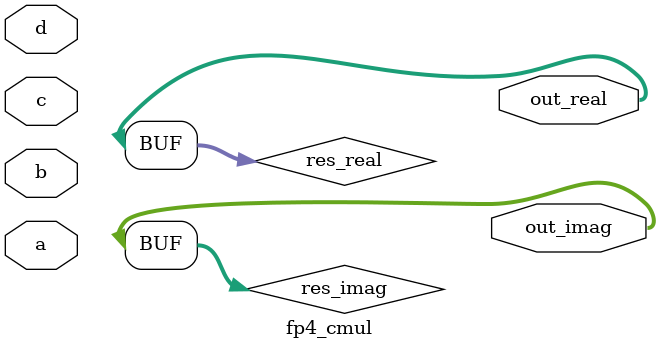
<source format=v>


//E2M1 format is used: 1 sign bit(MSB bit = 3), 2 exponent bits(bits 2 and 1), 1 mantissa bit(LSB bit = 1)

module fp4_mul(
    input [3:0] a,
    input [3:0] b,
    output [3:0] out
);
    //Unpacking the FP4 numbers to extract the sign bit, exponent bits, mantissa bit
    wire sign_a = a[3], sign_b = b[3];
    wire [1:0] exp_a = a[2:1], exp_b = b[2:1];
    wire mant_a = a[0], mant_b = b[0];

    //Sign bit of the output
    wire sign_out = sign_a ^ sign_b;

    //Detecting whether the inputs are 0
    wire a_zero = (exp_a == 2'b00 && mant_a == 1'b0);
    wire b_zero = (exp_b == 2'b00 && mant_b == 1'b0);

    //Temporary exponent bits
    wire [2:0] exp_sum = {1'b0, exp_a} + {1'b0, exp_b};
    wire signed [3:0] exp_temp = $signed({1'b0, exp_sum}) - 4'sd1;

    //Normalization and Rounding off
    wire [2:0] sig_a = 3'd2 + mant_a; 
    wire [2:0] sig_b = 3'd2 + mant_b;
    wire [4:0] prod = sig_a * sig_b;
    wire need_norm = (prod >= 5'd8);
    wire [4:0] prod_norm = (need_norm) ? (prod >> 1) : prod;
    wire signed [3:0] exp_norm = (need_norm) ? (exp_temp + 1) : exp_temp;
    wire mant_out = (prod_norm >= 5'd5);

    //Preparing the output
    reg [3:0] output_reg;
    always @(*) begin
        if(a_zero || b_zero || exp_norm<=0) begin
            output_reg = 4'b0000;
        end
        else if(exp_norm > 3) begin
            output_reg = {sign_out, 2'b11, 1'b1};
        end
        else begin
            output_reg = {sign_out, exp_norm[1:0], mant_out};
        end
    end
    assign out = output_reg;

endmodule

// Let's consider 2 complex numbers z1 = a + jb and z2 = c + jd
// Inputs have been named following the above nomenclature
// z1*z2 = (ac - bd) + j(ad + bc) => Re(z1*z2) = ac-bd and Im(z1*z2) = ad + bc
// Clearly we require 4 multipliers to compute each of the products above and 2 adder_subtractor modules
// The below fp4_cmul module handles complex multiplication
module fp4_cmul (
    input [3:0] a,
    input [3:0] b,
    input [3:0] c,
    input [3:0] d,
    output [3:0] out_real,
    output [3:0] out_imag
);
    wire [3:0] ac, bd, ad, bc;
    fp4_mul m1(.a(a), .b(c), .out(ac));
    fp4_mul m2(.a(b), .b(d), .out(bd));
    fp4_mul m3(.a(a), .b(d), .out(ad));
    fp4_mul m4(.a(b), .b(c), .out(bc));

    wire [3:0] res_real;
    wire [3:0] res_imag;
    //Waiting for the adder subtractor modules to be ready for instantiation...
    assign out_real = res_real;
    assign out_imag = res_imag;
endmodule
</source>
